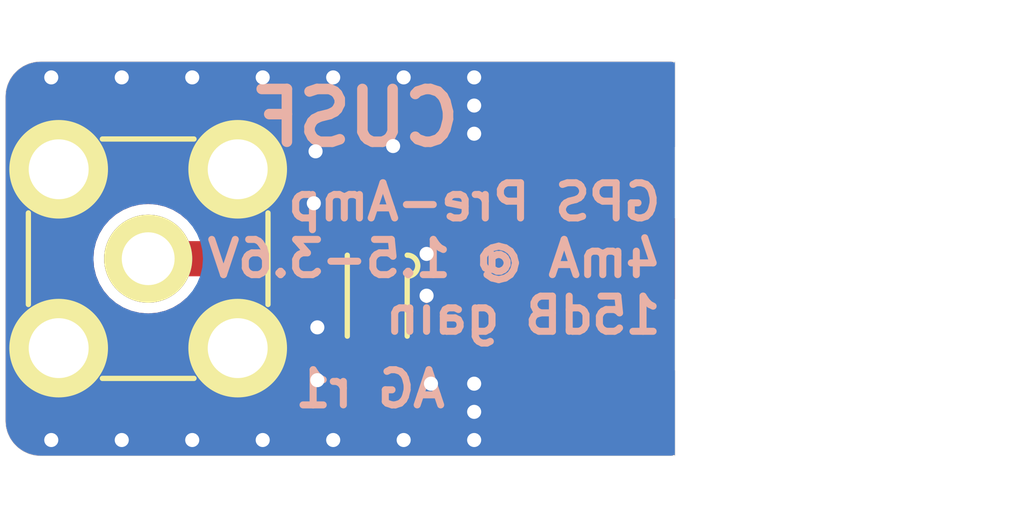
<source format=kicad_pcb>
(kicad_pcb (version 20221018) (generator pcbnew)
  (title_block (title "GPS Filter & Preamp") (date "2016-05-29") (rev "1") (company "CU Spaceflight") (comment 1 "Drawn By: Adam Greig"))
  (layers (0 "F.Cu" signal) (31 "B.Cu" signal) (34 "B.Paste" user) (35 "F.Paste" user) (36 "B.SilkS" user "B.Silkscreen") (37 "F.SilkS" user "F.Silkscreen") (38 "B.Mask" user) (39 "F.Mask" user) (44 "Edge.Cuts" user))
  (net 0 "")
  (net 1 "Net-(C1-Pad1)")
  (net 2 "GND")
  (net 3 "Net-(C3-Pad1)")
  (net 4 "Net-(C3-Pad2)")
  (net 5 "Net-(IC1-Pad3)")
  (net 6 "Net-(IC1-Pad4)")
  (net 7 "Net-(IC1-Pad5)")
  (net 8 "Net-(L3-Pad2)")
  (net 9 "Net-(L4-Pad2)")
  (footprint "agg:0402" (layer "F.Cu") (at 136.5 97.65)
    (fp_text reference "C1")
    (fp_text value "1µ")
    (pad "1" smd rect (at -0.45 0) (size 0.62 0.62) (layers "F.Cu" "F.Paste" "F.Mask") (net 1 "Net-(C1-Pad1)"))
    (pad "2" smd rect (at 0.45 0) (size 0.62 0.62) (layers "F.Cu" "F.Paste" "F.Mask") (net 2 "GND"))
  )
  (footprint "agg:0402" (layer "F.Cu") (at 136.5 98.85)
    (fp_text reference "C2")
    (fp_text value "100n")
    (pad "1" smd rect (at -0.45 0) (size 0.62 0.62) (layers "F.Cu" "F.Paste" "F.Mask") (net 1 "Net-(C1-Pad1)"))
    (pad "2" smd rect (at 0.45 0) (size 0.62 0.62) (layers "F.Cu" "F.Paste" "F.Mask") (net 2 "GND"))
  )
  (footprint "agg:0402" (layer "F.Cu") (at 138.65 102.05)
    (fp_text reference "C3")
    (fp_text value "200p")
    (pad "1" smd rect (at -0.45 0) (size 0.62 0.62) (layers "F.Cu" "F.Paste" "F.Mask") (net 3 "Net-(C3-Pad1)"))
    (pad "2" smd rect (at 0.45 0) (size 0.62 0.62) (layers "F.Cu" "F.Paste" "F.Mask") (net 4 "Net-(C3-Pad2)"))
  )
  (footprint "agg:DFN-6-EP-BGM" (layer "F.Cu") (at 136.5 101.05 -90)
    (fp_text reference "IC1")
    (fp_text value "BGM1043N7")
    (fp_line (start -1.15 0.85) (end 1.15 0.85) (stroke (width 0.15)) (layer "F.SilkS"))
    (fp_line (start -0.55 -0.85) (end 1.15 -0.85) (stroke (width 0.15)) (layer "F.SilkS"))
    (fp_arc (start -1.15 -0.85) (mid -0.85 -1.15) (end -0.55 -0.85) (stroke (width 0.15)) (layer "F.SilkS"))
    (pad "1" smd rect (at -1.09 -0.54 270) (size 0.5 0.28) (layers "F.Cu" "F.Paste" "F.Mask") (net 1 "Net-(C1-Pad1)"))
    (pad "2" smd rect (at -1.09 0 270) (size 0.5 0.28) (layers "F.Cu" "F.Paste" "F.Mask") (net 1 "Net-(C1-Pad1)"))
    (pad "3" smd rect (at -1.09 0.54 270) (size 0.5 0.28) (layers "F.Cu" "F.Paste" "F.Mask") (net 5 "Net-(IC1-Pad3)"))
    (pad "4" smd rect (at 1.09 0.54 270) (size 0.5 0.28) (layers "F.Cu" "F.Paste" "F.Mask") (net 6 "Net-(IC1-Pad4)"))
    (pad "5" smd rect (at 1.09 0 270) (size 0.5 0.28) (layers "F.Cu" "F.Paste" "F.Mask") (net 7 "Net-(IC1-Pad5)"))
    (pad "6" smd rect (at 1.09 -0.54 270) (size 0.5 0.28) (layers "F.Cu" "F.Paste" "F.Mask") (net 3 "Net-(C3-Pad1)"))
    (pad "EP" smd rect (at -0.35 -0.35 270) (size 0.5 0.5) (layers "F.Cu" "F.Paste") (net 2 "GND"))
    (pad "EP" smd rect (at -0.35 0.35 270) (size 0.5 0.5) (layers "F.Cu" "F.Paste") (net 2 "GND"))
    (pad "EP" smd rect (at 0 0 270) (size 1.28 1.5) (layers "F.Cu" "F.Mask") (net 2 "GND"))
    (pad "EP" smd rect (at 0.35 -0.35 270) (size 0.5 0.5) (layers "F.Cu" "F.Paste") (net 2 "GND"))
    (pad "EP" smd rect (at 0.35 0.35 270) (size 0.5 0.5) (layers "F.Cu" "F.Paste") (net 2 "GND"))
  )
  (footprint "agg:0402" (layer "F.Cu") (at 134.8 100.5 -90)
    (fp_text reference "L1")
    (fp_text value "9n1")
    (pad "1" smd rect (at -0.45 0 270) (size 0.62 0.62) (layers "F.Cu" "F.Paste" "F.Mask") (net 5 "Net-(IC1-Pad3)"))
    (pad "2" smd rect (at 0.45 0 270) (size 0.62 0.62) (layers "F.Cu" "F.Paste" "F.Mask") (net 2 "GND"))
  )
  (footprint "agg:0402" (layer "F.Cu") (at 136.5 103.25)
    (fp_text reference "L2")
    (fp_text value "8n2")
    (pad "1" smd rect (at -0.45 0) (size 0.62 0.62) (layers "F.Cu" "F.Paste" "F.Mask") (net 6 "Net-(IC1-Pad4)"))
    (pad "2" smd rect (at 0.45 0) (size 0.62 0.62) (layers "F.Cu" "F.Paste" "F.Mask") (net 7 "Net-(IC1-Pad5)"))
  )
  (footprint "agg:0402" (layer "F.Cu") (at 138.2 97.1 -90)
    (fp_text reference "L3")
    (fp_text value "92n")
    (pad "1" smd rect (at -0.45 0 270) (size 0.62 0.62) (layers "F.Cu" "F.Paste" "F.Mask") (net 1 "Net-(C1-Pad1)"))
    (pad "2" smd rect (at 0.45 0 270) (size 0.62 0.62) (layers "F.Cu" "F.Paste" "F.Mask") (net 8 "Net-(L3-Pad2)"))
  )
  (footprint "agg:0402" (layer "F.Cu") (at 138.65 98.75)
    (fp_text reference "L4")
    (fp_text value "92n")
    (pad "1" smd rect (at -0.45 0) (size 0.62 0.62) (layers "F.Cu" "F.Paste" "F.Mask") (net 8 "Net-(L3-Pad2)"))
    (pad "2" smd rect (at 0.45 0) (size 0.62 0.62) (layers "F.Cu" "F.Paste" "F.Mask") (net 9 "Net-(L4-Pad2)"))
  )
  (footprint "agg:0402" (layer "F.Cu") (at 139.1 100.4 -90)
    (fp_text reference "L5")
    (fp_text value "92n")
    (pad "1" smd rect (at -0.45 0 270) (size 0.62 0.62) (layers "F.Cu" "F.Paste" "F.Mask") (net 9 "Net-(L4-Pad2)"))
    (pad "2" smd rect (at 0.45 0 270) (size 0.62 0.62) (layers "F.Cu" "F.Paste" "F.Mask") (net 4 "Net-(C3-Pad2)"))
  )
  (footprint "agg:SMA-PTH" (layer "F.Cu") (at 130 100)
    (fp_text reference "P2")
    (fp_text value "ANTENNA")
    (fp_line (start -3.4 -1.3) (end -3.4 1.3) (stroke (width 0.15)) (layer "F.SilkS"))
    (fp_line (start -1.3 -3.4) (end 1.3 -3.4) (stroke (width 0.15)) (layer "F.SilkS"))
    (fp_line (start -1.3 3.4) (end 1.3 3.4) (stroke (width 0.15)) (layer "F.SilkS"))
    (fp_line (start 3.4 -1.3) (end 3.4 1.3) (stroke (width 0.15)) (layer "F.SilkS"))
    (pad "1" thru_hole circle (at 0 0) (size 2.5 2.5) (drill 1.5) (layers "*.Cu" "*.Mask" "F.SilkS") (net 5 "Net-(IC1-Pad3)"))
    (pad "2" thru_hole circle (at -2.54 -2.54) (size 2.8 2.8) (drill 1.7) (layers "*.Cu" "*.Mask" "F.SilkS") (net 2 "GND"))
    (pad "2" thru_hole circle (at -2.54 2.54) (size 2.8 2.8) (drill 1.7) (layers "*.Cu" "*.Mask" "F.SilkS") (net 2 "GND"))
    (pad "2" thru_hole circle (at 2.54 -2.54) (size 2.8 2.8) (drill 1.7) (layers "*.Cu" "*.Mask" "F.SilkS") (net 2 "GND"))
    (pad "2" thru_hole circle (at 2.54 2.54) (size 2.8 2.8) (drill 1.7) (layers "*.Cu" "*.Mask" "F.SilkS") (net 2 "GND"))
  )
  (footprint "agg:SMA-EDGE" (layer "F.Cu") (at 142.45 100 -90)
    (fp_text reference "P3")
    (fp_text value "RECEIVER")
    (pad "1" smd rect (at 0 0 270) (size 2.3 5) (layers "F.Cu" "F.Paste" "F.Mask") (net 4 "Net-(C3-Pad2)"))
    (pad "2" smd rect (at -4.375 0 270) (size 2.4 5) (layers "F.Cu" "F.Paste" "F.Mask") (net 2 "GND"))
    (pad "2" smd rect (at -4.375 0 270) (size 2.4 5) (layers "B.Cu" "B.Paste" "B.Mask") (net 2 "GND"))
    (pad "2" smd rect (at 4.375 0 270) (size 2.4 5) (layers "F.Cu" "F.Paste" "F.Mask") (net 2 "GND"))
    (pad "2" smd rect (at 4.375 0 270) (size 2.4 5) (layers "B.Cu" "B.Paste" "B.Mask") (net 2 "GND"))
  )
  (gr_arc (start 126.95 105.6) (mid 126.242893 105.307107) (end 125.95 104.6) (stroke (width 0.01)) (layer "Edge.Cuts"))
  (gr_line (start 126.95 105.6) (end 144.95 105.6) (stroke (width 0.01)) (layer "Edge.Cuts"))
  (gr_line (start 125.95 95.4) (end 125.95 104.6) (stroke (width 0.01)) (layer "Edge.Cuts"))
  (gr_line (start 144.95 94.4) (end 126.95 94.4) (stroke (width 0.01)) (layer "Edge.Cuts"))
  (gr_line (start 144.95 105.6) (end 144.95 94.4) (stroke (width 0.01)) (layer "Edge.Cuts"))
  (gr_arc (start 125.95 95.4) (mid 126.242893 94.692893) (end 126.95 94.4) (stroke (width 0.01)) (layer "Edge.Cuts"))
  (gr_text "GPS Pre-Amp\n4mA @ 1.5-3.6V\n15dB gain" (at 144.65 100) (layer "B.SilkS") (effects (font (size 1 1) (thickness 0.2)) (justify left mirror)))
  (gr_text "AG r1" (at 136.3 103.7) (layer "B.SilkS") (effects (font (size 1 1) (thickness 0.2)) (justify mirror)))
  (gr_text "CUSF" (at 135.9 96) (layer "B.SilkS") (effects (font (size 1.5 1.5) (thickness 0.3)) (justify mirror)))
  (segment (start 136.05 99.074998) (end 136.05 98.85) (width 0.25) (layer "F.Cu") (net 1))
  (segment (start 137.499999 95.949999) (end 136.541999 95.949999) (width 0.5) (layer "F.Cu") (net 1))
  (segment (start 136.05 96.84) (end 136.05 97.65) (width 0.5) (layer "F.Cu") (net 1))
  (segment (start 137.04 99.64) (end 136.924998 99.524998) (width 0.25) (layer "F.Cu") (net 1))
  (segment (start 136.05 97.65) (end 136.05 98.85) (width 0.5) (layer "F.Cu") (net 1))
  (segment (start 137.04 99.96) (end 137.04 99.64) (width 0.25) (layer "F.Cu") (net 1))
  (segment (start 136.05 96.441998) (end 136.05 96.84) (width 0.5) (layer "F.Cu") (net 1))
  (segment (start 136.541999 95.949999) (end 136.05 96.441998) (width 0.5) (layer "F.Cu") (net 1))
  (segment (start 136.5 99.96) (end 136.5 99.524998) (width 0.25) (layer "F.Cu") (net 1))
  (segment (start 136.924998 99.524998) (end 136.5 99.524998) (width 0.25) (layer "F.Cu") (net 1))
  (segment (start 138.2 96.65) (end 137.499999 95.949999) (width 0.5) (layer "F.Cu") (net 1))
  (segment (start 136.5 99.524998) (end 136.05 99.074998) (width 0.25) (layer "F.Cu") (net 1))
  (segment (start 137.9 101.05) (end 137.9 99.86359) (width 0.25) (layer "F.Cu") (net 2))
  (segment (start 134.8 101.95) (end 134.8 103.45) (width 0.5) (layer "F.Cu") (net 2))
  (segment (start 134.8 100.95) (end 134.8 101.95) (width 0.5) (layer "F.Cu") (net 2))
  (segment (start 142.45 104.375) (end 139.275 104.375) (width 0.5) (layer "F.Cu") (net 2))
  (segment (start 134.8 100.95) (end 136.4 100.95) (width 0.5) (layer "F.Cu") (net 2))
  (segment (start 139.25 94.85) (end 137.25 94.85) (width 0.25) (layer "F.Cu") (net 2))
  (segment (start 136.95 97.65) (end 136.95 96.8) (width 0.5) (layer "F.Cu") (net 2))
  (segment (start 131.25 105.15) (end 129.25 105.15) (width 0.25) (layer "F.Cu") (net 2))
  (segment (start 135.25 95.875) (end 134.75 96.375) (width 0.5) (layer "F.Cu") (net 2))
  (segment (start 139.25 104.35) (end 139.25 103.55) (width 0.5) (layer "F.Cu") (net 2))
  (segment (start 134.75 98.375) (end 134.7 98.425) (width 0.5) (layer "F.Cu") (net 2))
  (segment (start 142.45 95.625) (end 139.275 95.625) (width 0.5) (layer "F.Cu") (net 2))
  (segment (start 139.25 94.85) (end 139.25 95.65) (width 0.25) (layer "F.Cu") (net 2))
  (segment (start 136.5 101.05) (end 137.9 101.05) (width 0.5) (layer "F.Cu") (net 2))
  (segment (start 136.95 98.85) (end 136.95 98.91359) (width 0.25) (layer "F.Cu") (net 2))
  (segment (start 131.25 94.85) (end 129.25 94.85) (width 0.25) (layer "F.Cu") (net 2))
  (segment (start 135.25 94.85) (end 135.25 95.875) (width 0.5) (layer "F.Cu") (net 2))
  (segment (start 134.75 96.375) (end 134.75 96.95) (width 0.5) (layer "F.Cu") (net 2))
  (segment (start 139.25 105.15) (end 137.25 105.15) (width 0.25) (layer "F.Cu") (net 2))
  (segment (start 135.25 105.15) (end 133.25 105.15) (width 0.25) (layer "F.Cu") (net 2))
  (segment (start 139.275 95.625) (end 139.25 95.6) (width 0.5) (layer "F.Cu") (net 2))
  (segment (start 136.95 98.91359) (end 137.9 99.86359) (width 0.25) (layer "F.Cu") (net 2))
  (segment (start 134.75 96.95) (end 134.75 98.375) (width 0.5) (layer "F.Cu") (net 2))
  (segment (start 139.25 103.55) (end 138.025 103.55) (width 0.5) (layer "F.Cu") (net 2))
  (segment (start 135.25 94.85) (end 133.25 94.85) (width 0.25) (layer "F.Cu") (net 2))
  (segment (start 139.275 104.375) (end 139.25 104.35) (width 0.5) (layer "F.Cu") (net 2))
  (segment (start 136.4 100.95) (end 136.5 101.05) (width 0.5) (layer "F.Cu") (net 2))
  (segment (start 136.95 97.65) (end 136.95 98.85) (width 0.5) (layer "F.Cu") (net 2))
  (via (at 135.25 94.85) (size 0.8) (drill 0.4) (layers "F.Cu" "B.Cu") (net 2))
  (via (at 139.25 96.45) (size 0.8) (drill 0.4) (layers "F.Cu" "B.Cu") (net 2))
  (via (at 134.75 96.95) (size 0.8) (drill 0.4) (layers "F.Cu" "B.Cu") (net 2))
  (via (at 139.25 95.65) (size 0.8) (drill 0.4) (layers "F.Cu" "B.Cu") (net 2))
  (via (at 133.25 94.85) (size 0.8) (drill 0.4) (layers "F.Cu" "B.Cu") (net 2))
  (via (at 137.9 99.86359) (size 0.8) (drill 0.4) (layers "F.Cu" "B.Cu") (net 2))
  (via (at 134.8 103.45) (size 0.8) (drill 0.4) (layers "F.Cu" "B.Cu") (net 2))
  (via (at 139.25 105.15) (size 0.8) (drill 0.4) (layers "F.Cu" "B.Cu") (net 2))
  (via (at 134.8 101.95) (size 0.8) (drill 0.4) (layers "F.Cu" "B.Cu") (net 2))
  (via (at 129.25 105.15) (size 0.8) (drill 0.4) (layers "F.Cu" "B.Cu") (net 2))
  (via (at 137.25 94.85) (size 0.8) (drill 0.4) (layers "F.Cu" "B.Cu") (net 2))
  (via (at 131.25 94.85) (size 0.8) (drill 0.4) (layers "F.Cu" "B.Cu") (net 2))
  (via (at 133.25 105.15) (size 0.8) (drill 0.4) (layers "F.Cu" "B.Cu") (net 2))
  (via (at 137.25 105.15) (size 0.8) (drill 0.4) (layers "F.Cu" "B.Cu") (net 2))
  (via (at 139.25 94.85) (size 0.8) (drill 0.4) (layers "F.Cu" "B.Cu") (net 2))
  (via (at 136.95 96.8) (size 0.8) (drill 0.4) (layers "F.Cu" "B.Cu") (net 2))
  (via (at 129.25 94.85) (size 0.8) (drill 0.4) (layers "F.Cu" "B.Cu") (net 2))
  (via (at 139.25 104.35) (size 0.8) (drill 0.4) (layers "F.Cu" "B.Cu") (net 2))
  (via (at 127.25 105.15) (size 0.8) (drill 0.4) (layers "F.Cu" "B.Cu") (net 2))
  (via (at 134.7 98.425) (size 0.8) (drill 0.4) (layers "F.Cu" "B.Cu") (net 2))
  (via (at 137.9 101.05) (size 0.8) (drill 0.4) (layers "F.Cu" "B.Cu") (net 2))
  (via (at 138.025 103.55) (size 0.8) (drill 0.4) (layers "F.Cu" "B.Cu") (net 2))
  (via (at 131.25 105.15) (size 0.8) (drill 0.4) (layers "F.Cu" "B.Cu") (net 2))
  (via (at 135.25 105.15) (size 0.8) (drill 0.4) (layers "F.Cu" "B.Cu") (net 2))
  (via (at 139.25 103.55) (size 0.8) (drill 0.4) (layers "F.Cu" "B.Cu") (net 2))
  (via (at 127.25 94.85) (size 0.8) (drill 0.4) (layers "F.Cu" "B.Cu") (net 2))
  (segment (start 137.25 105.15) (end 135.25 105.15) (width 0.25) (layer "B.Cu") (net 2))
  (segment (start 139.25 95.6) (end 139.25 96.4) (width 0.5) (layer "B.Cu") (net 2))
  (segment (start 139.25 104.35) (end 139.25 105.15) (width 0.5) (layer "B.Cu") (net 2))
  (segment (start 137.25 94.85) (end 135.25 94.85) (width 0.25) (layer "B.Cu") (net 2))
  (segment (start 129.25 105.15) (end 127.25 105.15) (width 0.25) (layer "B.Cu") (net 2))
  (segment (start 133.25 94.85) (end 131.25 94.85) (width 0.25) (layer "B.Cu") (net 2))
  (segment (start 129.25 94.85) (end 127.25 94.85) (width 0.25) (layer "B.Cu") (net 2))
  (segment (start 133.25 105.15) (end 131.25 105.15) (width 0.25) (layer "B.Cu") (net 2))
  (segment (start 137.04 102.14) (end 137.14 102.14) (width 0.25) (layer "F.Cu") (net 3))
  (segment (start 137.14 102.14) (end 138.11 102.14) (width 0.4) (layer "F.Cu") (net 3))
  (segment (start 138.11 102.14) (end 138.2 102.05) (width 0.4) (layer "F.Cu") (net 3))
  (segment (start 139.1 100.85) (end 139.1 102.05) (width 0.5) (layer "F.Cu") (net 4))
  (segment (start 141.6 100.85) (end 142.45 100) (width 0.5) (layer "F.Cu") (net 4))
  (segment (start 139.1 100.85) (end 141.6 100.85) (width 0.5) (layer "F.Cu") (net 4))
  (segment (start 135.96 99.96) (end 135.81 99.96) (width 0.25) (layer "F.Cu") (net 5))
  (segment (start 134.2 100.05) (end 134.8 100.05) (width 0.25) (layer "F.Cu") (net 5))
  (segment (start 134.15 100) (end 134.2 100.05) (width 0.25) (layer "F.Cu") (net 5))
  (segment (start 135.81 99.96) (end 134.79 99.96) (width 0.45) (layer "F.Cu") (net 5))
  (segment (start 130 100) (end 134.15 100) (width 1) (layer "F.Cu") (net 5))
  (segment (start 134.75 100) (end 134.8 100.05) (width 0.5) (layer "F.Cu") (net 5))
  (segment (start 134.89 99.96) (end 134.8 100.05) (width 0.4) (layer "F.Cu") (net 5))
  (segment (start 135.96 102.14) (end 135.96 103.16) (width 0.25) (layer "F.Cu") (net 6))
  (segment (start 135.96 103.16) (end 136.05 103.25) (width 0.25) (layer "F.Cu") (net 6))
  (segment (start 136.95 103.25) (end 136.95 103.025002) (width 0.25) (layer "F.Cu") (net 7))
  (segment (start 136.95 103.025002) (end 136.5 102.575002) (width 0.25) (layer "F.Cu") (net 7))
  (segment (start 136.5 102.575002) (end 136.5 102.14) (width 0.25) (layer "F.Cu") (net 7))
  (segment (start 138.2 97.55) (end 138.2 98.75) (width 0.5) (layer "F.Cu") (net 8))
  (segment (start 139.1 98.75) (end 139.1 99.95) (width 0.5) (layer "F.Cu") (net 9))
  (zone (net 2) (net_name "GND") (layer "F.Cu") (connect_pads (clearance 0.3)) (min_thickness 0.2) (fill yes (thermal_gap 0.3) (thermal_bridge_width 0.3))
    (polygon (pts (xy 125.95 94.4) (xy 144.95 94.4) (xy 144.95 105.6) (xy 125.95 105.6)))
  )
  (zone (net 0) (net_name "") (layer "F.Cu") (connect_pads (clearance 0)) (min_thickness 0.254)
    (keepout (tracks allowed) (vias allowed) (pads allowed) (copperpour not_allowed) (footprints allowed))
    (fill yes (thermal_gap 0.508) (thermal_bridge_width 0.508))
    (polygon (pts (xy 131.1 98.9) (xy 135.4 98.9) (xy 135.4 100.6) (xy 134.5 100.6) (xy 134.5 101.1) (xy 131.1 101.1)))
  )
  (zone (net 0) (net_name "") (layer "F.Cu") (connect_pads (clearance 0)) (min_thickness 0.254)
    (keepout (tracks allowed) (vias allowed) (pads allowed) (copperpour not_allowed) (footprints allowed))
    (fill yes (thermal_gap 0.508) (thermal_bridge_width 0.508))
    (polygon (pts (xy 144.95 96.85) (xy 138.8 96.85) (xy 138.8 98.15) (xy 139.7 98.15) (xy 139.7 103.15) (xy 144.95 103.15)))
  )
  (zone (net 2) (net_name "GND") (layer "B.Cu") (connect_pads (clearance 0.3)) (min_thickness 0.2) (fill yes (thermal_gap 0.3) (thermal_bridge_width 0.3))
    (polygon (pts (xy 125.95 94.4) (xy 144.95 94.4) (xy 144.95 105.6) (xy 125.95 105.6)))
  )
)
</source>
